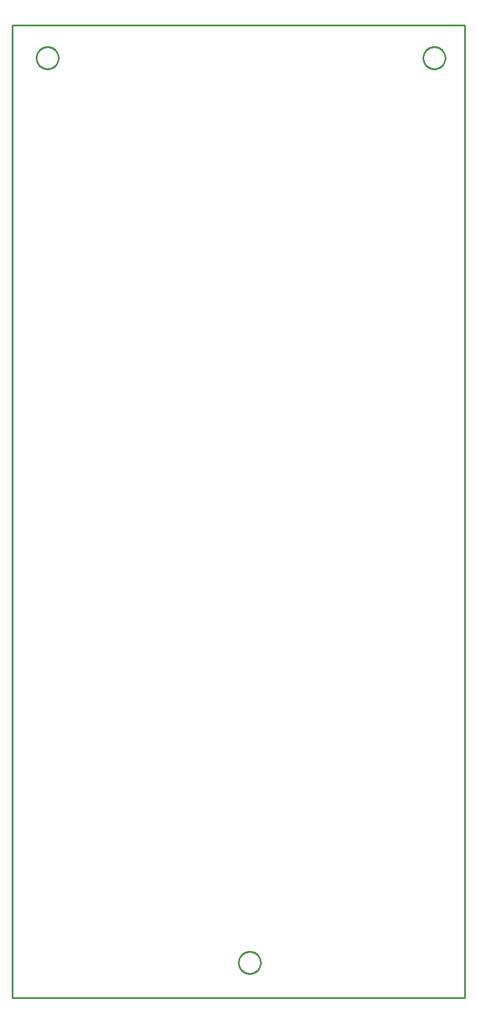
<source format=gbr>
G04 EAGLE Gerber RS-274X export*
G75*
%MOMM*%
%FSLAX34Y34*%
%LPD*%
%IN*%
%IPPOS*%
%AMOC8*
5,1,8,0,0,1.08239X$1,22.5*%
G01*
G04 Define Apertures*
%ADD10C,0.254000*%
D10*
X0Y0D02*
X654104Y0D01*
X654104Y1406400D01*
X0Y1406400D01*
X0Y0D01*
X66675Y1358380D02*
X66607Y1357343D01*
X66471Y1356313D01*
X66269Y1355293D01*
X66000Y1354289D01*
X65665Y1353305D01*
X65268Y1352345D01*
X64808Y1351413D01*
X64288Y1350512D01*
X63711Y1349648D01*
X63078Y1348824D01*
X62393Y1348042D01*
X61658Y1347307D01*
X60876Y1346622D01*
X60052Y1345989D01*
X59188Y1345412D01*
X58287Y1344892D01*
X57355Y1344432D01*
X56395Y1344035D01*
X55411Y1343700D01*
X54407Y1343431D01*
X53387Y1343229D01*
X52357Y1343093D01*
X51320Y1343025D01*
X50280Y1343025D01*
X49243Y1343093D01*
X48213Y1343229D01*
X47193Y1343431D01*
X46189Y1343700D01*
X45205Y1344035D01*
X44245Y1344432D01*
X43313Y1344892D01*
X42412Y1345412D01*
X41548Y1345989D01*
X40724Y1346622D01*
X39942Y1347307D01*
X39207Y1348042D01*
X38522Y1348824D01*
X37889Y1349648D01*
X37312Y1350512D01*
X36792Y1351413D01*
X36332Y1352345D01*
X35935Y1353305D01*
X35600Y1354289D01*
X35331Y1355293D01*
X35129Y1356313D01*
X34993Y1357343D01*
X34925Y1358380D01*
X34925Y1359420D01*
X34993Y1360457D01*
X35129Y1361487D01*
X35331Y1362507D01*
X35600Y1363511D01*
X35935Y1364495D01*
X36332Y1365455D01*
X36792Y1366387D01*
X37312Y1367288D01*
X37889Y1368152D01*
X38522Y1368976D01*
X39207Y1369758D01*
X39942Y1370493D01*
X40724Y1371178D01*
X41548Y1371811D01*
X42412Y1372388D01*
X43313Y1372908D01*
X44245Y1373368D01*
X45205Y1373765D01*
X46189Y1374100D01*
X47193Y1374369D01*
X48213Y1374571D01*
X49243Y1374707D01*
X50280Y1374775D01*
X51320Y1374775D01*
X52357Y1374707D01*
X53387Y1374571D01*
X54407Y1374369D01*
X55411Y1374100D01*
X56395Y1373765D01*
X57355Y1373368D01*
X58287Y1372908D01*
X59188Y1372388D01*
X60052Y1371811D01*
X60876Y1371178D01*
X61658Y1370493D01*
X62393Y1369758D01*
X63078Y1368976D01*
X63711Y1368152D01*
X64288Y1367288D01*
X64808Y1366387D01*
X65268Y1365455D01*
X65665Y1364495D01*
X66000Y1363511D01*
X66269Y1362507D01*
X66471Y1361487D01*
X66607Y1360457D01*
X66675Y1359420D01*
X66675Y1358380D01*
X625475Y1358380D02*
X625407Y1357343D01*
X625271Y1356313D01*
X625069Y1355293D01*
X624800Y1354289D01*
X624465Y1353305D01*
X624068Y1352345D01*
X623608Y1351413D01*
X623088Y1350512D01*
X622511Y1349648D01*
X621878Y1348824D01*
X621193Y1348042D01*
X620458Y1347307D01*
X619676Y1346622D01*
X618852Y1345989D01*
X617988Y1345412D01*
X617087Y1344892D01*
X616155Y1344432D01*
X615195Y1344035D01*
X614211Y1343700D01*
X613207Y1343431D01*
X612187Y1343229D01*
X611157Y1343093D01*
X610120Y1343025D01*
X609080Y1343025D01*
X608043Y1343093D01*
X607013Y1343229D01*
X605993Y1343431D01*
X604989Y1343700D01*
X604005Y1344035D01*
X603045Y1344432D01*
X602113Y1344892D01*
X601212Y1345412D01*
X600348Y1345989D01*
X599524Y1346622D01*
X598742Y1347307D01*
X598007Y1348042D01*
X597322Y1348824D01*
X596689Y1349648D01*
X596112Y1350512D01*
X595592Y1351413D01*
X595132Y1352345D01*
X594735Y1353305D01*
X594400Y1354289D01*
X594131Y1355293D01*
X593929Y1356313D01*
X593793Y1357343D01*
X593725Y1358380D01*
X593725Y1359420D01*
X593793Y1360457D01*
X593929Y1361487D01*
X594131Y1362507D01*
X594400Y1363511D01*
X594735Y1364495D01*
X595132Y1365455D01*
X595592Y1366387D01*
X596112Y1367288D01*
X596689Y1368152D01*
X597322Y1368976D01*
X598007Y1369758D01*
X598742Y1370493D01*
X599524Y1371178D01*
X600348Y1371811D01*
X601212Y1372388D01*
X602113Y1372908D01*
X603045Y1373368D01*
X604005Y1373765D01*
X604989Y1374100D01*
X605993Y1374369D01*
X607013Y1374571D01*
X608043Y1374707D01*
X609080Y1374775D01*
X610120Y1374775D01*
X611157Y1374707D01*
X612187Y1374571D01*
X613207Y1374369D01*
X614211Y1374100D01*
X615195Y1373765D01*
X616155Y1373368D01*
X617087Y1372908D01*
X617988Y1372388D01*
X618852Y1371811D01*
X619676Y1371178D01*
X620458Y1370493D01*
X621193Y1369758D01*
X621878Y1368976D01*
X622511Y1368152D01*
X623088Y1367288D01*
X623608Y1366387D01*
X624068Y1365455D01*
X624465Y1364495D01*
X624800Y1363511D01*
X625069Y1362507D01*
X625271Y1361487D01*
X625407Y1360457D01*
X625475Y1359420D01*
X625475Y1358380D01*
X358775Y50280D02*
X358707Y49243D01*
X358571Y48213D01*
X358369Y47193D01*
X358100Y46189D01*
X357765Y45205D01*
X357368Y44245D01*
X356908Y43313D01*
X356388Y42412D01*
X355811Y41548D01*
X355178Y40724D01*
X354493Y39942D01*
X353758Y39207D01*
X352976Y38522D01*
X352152Y37889D01*
X351288Y37312D01*
X350387Y36792D01*
X349455Y36332D01*
X348495Y35935D01*
X347511Y35600D01*
X346507Y35331D01*
X345487Y35129D01*
X344457Y34993D01*
X343420Y34925D01*
X342380Y34925D01*
X341343Y34993D01*
X340313Y35129D01*
X339293Y35331D01*
X338289Y35600D01*
X337305Y35935D01*
X336345Y36332D01*
X335413Y36792D01*
X334512Y37312D01*
X333648Y37889D01*
X332824Y38522D01*
X332042Y39207D01*
X331307Y39942D01*
X330622Y40724D01*
X329989Y41548D01*
X329412Y42412D01*
X328892Y43313D01*
X328432Y44245D01*
X328035Y45205D01*
X327700Y46189D01*
X327431Y47193D01*
X327229Y48213D01*
X327093Y49243D01*
X327025Y50280D01*
X327025Y51320D01*
X327093Y52357D01*
X327229Y53387D01*
X327431Y54407D01*
X327700Y55411D01*
X328035Y56395D01*
X328432Y57355D01*
X328892Y58287D01*
X329412Y59188D01*
X329989Y60052D01*
X330622Y60876D01*
X331307Y61658D01*
X332042Y62393D01*
X332824Y63078D01*
X333648Y63711D01*
X334512Y64288D01*
X335413Y64808D01*
X336345Y65268D01*
X337305Y65665D01*
X338289Y66000D01*
X339293Y66269D01*
X340313Y66471D01*
X341343Y66607D01*
X342380Y66675D01*
X343420Y66675D01*
X344457Y66607D01*
X345487Y66471D01*
X346507Y66269D01*
X347511Y66000D01*
X348495Y65665D01*
X349455Y65268D01*
X350387Y64808D01*
X351288Y64288D01*
X352152Y63711D01*
X352976Y63078D01*
X353758Y62393D01*
X354493Y61658D01*
X355178Y60876D01*
X355811Y60052D01*
X356388Y59188D01*
X356908Y58287D01*
X357368Y57355D01*
X357765Y56395D01*
X358100Y55411D01*
X358369Y54407D01*
X358571Y53387D01*
X358707Y52357D01*
X358775Y51320D01*
X358775Y50280D01*
M02*

</source>
